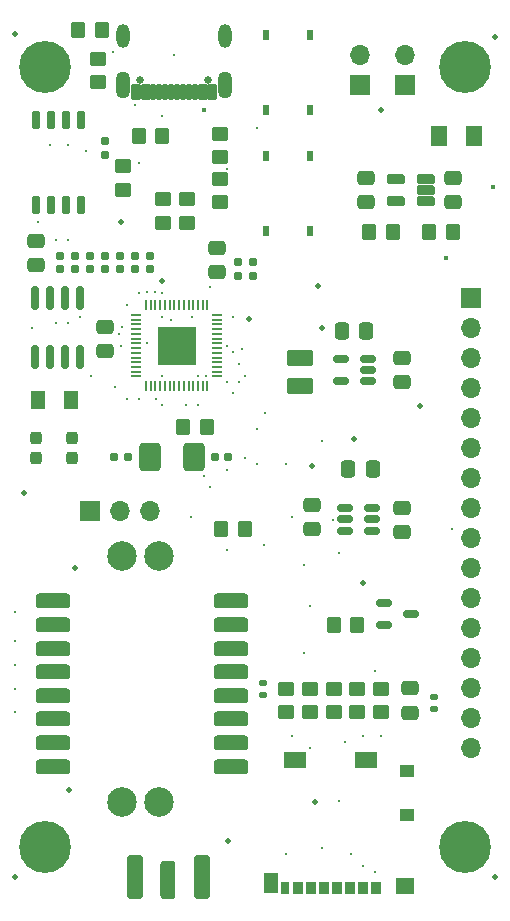
<source format=gts>
G04 #@! TF.GenerationSoftware,KiCad,Pcbnew,8.0.3*
G04 #@! TF.CreationDate,2024-06-17T15:15:03-04:00*
G04 #@! TF.ProjectId,node_v3_2,6e6f6465-5f76-4335-9f32-2e6b69636164,rev?*
G04 #@! TF.SameCoordinates,Original*
G04 #@! TF.FileFunction,Soldermask,Top*
G04 #@! TF.FilePolarity,Negative*
%FSLAX46Y46*%
G04 Gerber Fmt 4.6, Leading zero omitted, Abs format (unit mm)*
G04 Created by KiCad (PCBNEW 8.0.3) date 2024-06-17 15:15:03*
%MOMM*%
%LPD*%
G01*
G04 APERTURE LIST*
G04 Aperture macros list*
%AMRoundRect*
0 Rectangle with rounded corners*
0 $1 Rounding radius*
0 $2 $3 $4 $5 $6 $7 $8 $9 X,Y pos of 4 corners*
0 Add a 4 corners polygon primitive as box body*
4,1,4,$2,$3,$4,$5,$6,$7,$8,$9,$2,$3,0*
0 Add four circle primitives for the rounded corners*
1,1,$1+$1,$2,$3*
1,1,$1+$1,$4,$5*
1,1,$1+$1,$6,$7*
1,1,$1+$1,$8,$9*
0 Add four rect primitives between the rounded corners*
20,1,$1+$1,$2,$3,$4,$5,0*
20,1,$1+$1,$4,$5,$6,$7,0*
20,1,$1+$1,$6,$7,$8,$9,0*
20,1,$1+$1,$8,$9,$2,$3,0*%
G04 Aperture macros list end*
%ADD10RoundRect,0.102000X0.635000X0.279400X-0.635000X0.279400X-0.635000X-0.279400X0.635000X-0.279400X0*%
%ADD11R,1.700000X1.700000*%
%ADD12O,1.700000X1.700000*%
%ADD13RoundRect,0.250000X0.350000X0.450000X-0.350000X0.450000X-0.350000X-0.450000X0.350000X-0.450000X0*%
%ADD14RoundRect,0.140000X-0.170000X0.140000X-0.170000X-0.140000X0.170000X-0.140000X0.170000X0.140000X0*%
%ADD15RoundRect,0.250000X-0.450000X0.350000X-0.450000X-0.350000X0.450000X-0.350000X0.450000X0.350000X0*%
%ADD16RoundRect,0.250000X0.475000X-0.337500X0.475000X0.337500X-0.475000X0.337500X-0.475000X-0.337500X0*%
%ADD17RoundRect,0.150000X0.512500X0.150000X-0.512500X0.150000X-0.512500X-0.150000X0.512500X-0.150000X0*%
%ADD18RoundRect,0.155000X0.155000X-0.212500X0.155000X0.212500X-0.155000X0.212500X-0.155000X-0.212500X0*%
%ADD19RoundRect,0.050000X-0.387500X-0.050000X0.387500X-0.050000X0.387500X0.050000X-0.387500X0.050000X0*%
%ADD20RoundRect,0.050000X-0.050000X-0.387500X0.050000X-0.387500X0.050000X0.387500X-0.050000X0.387500X0*%
%ADD21R,3.200000X3.200000*%
%ADD22RoundRect,0.250000X-0.475000X0.337500X-0.475000X-0.337500X0.475000X-0.337500X0.475000X0.337500X0*%
%ADD23RoundRect,0.150000X0.150000X-0.825000X0.150000X0.825000X-0.150000X0.825000X-0.150000X-0.825000X0*%
%ADD24C,4.400000*%
%ADD25RoundRect,0.150000X-0.512500X-0.150000X0.512500X-0.150000X0.512500X0.150000X-0.512500X0.150000X0*%
%ADD26RoundRect,0.250000X-0.385000X-1.350000X0.385000X-1.350000X0.385000X1.350000X-0.385000X1.350000X0*%
%ADD27RoundRect,0.250000X-0.425000X-1.600000X0.425000X-1.600000X0.425000X1.600000X-0.425000X1.600000X0*%
%ADD28R,0.558800X0.952500*%
%ADD29RoundRect,0.250000X-0.350000X-0.450000X0.350000X-0.450000X0.350000X0.450000X-0.350000X0.450000X0*%
%ADD30RoundRect,0.237500X-0.237500X0.300000X-0.237500X-0.300000X0.237500X-0.300000X0.237500X0.300000X0*%
%ADD31RoundRect,0.250001X0.462499X0.624999X-0.462499X0.624999X-0.462499X-0.624999X0.462499X-0.624999X0*%
%ADD32R,0.850000X1.100000*%
%ADD33R,0.750000X1.100000*%
%ADD34R,1.200000X1.000000*%
%ADD35R,1.550000X1.350000*%
%ADD36R,1.900000X1.350000*%
%ADD37R,1.170000X1.800000*%
%ADD38RoundRect,0.317500X-1.157500X-0.317500X1.157500X-0.317500X1.157500X0.317500X-1.157500X0.317500X0*%
%ADD39RoundRect,0.250000X0.337500X0.475000X-0.337500X0.475000X-0.337500X-0.475000X0.337500X-0.475000X0*%
%ADD40C,0.650000*%
%ADD41RoundRect,0.102000X0.300000X0.570000X-0.300000X0.570000X-0.300000X-0.570000X0.300000X-0.570000X0*%
%ADD42RoundRect,0.102000X0.150000X0.570000X-0.150000X0.570000X-0.150000X-0.570000X0.150000X-0.570000X0*%
%ADD43O,1.254000X2.304000*%
%ADD44O,1.104000X2.004000*%
%ADD45RoundRect,0.250001X0.849999X-0.462499X0.849999X0.462499X-0.849999X0.462499X-0.849999X-0.462499X0*%
%ADD46RoundRect,0.250000X0.450000X-0.350000X0.450000X0.350000X-0.450000X0.350000X-0.450000X-0.350000X0*%
%ADD47RoundRect,0.150000X0.150000X-0.650000X0.150000X0.650000X-0.150000X0.650000X-0.150000X-0.650000X0*%
%ADD48RoundRect,0.250000X-0.337500X-0.475000X0.337500X-0.475000X0.337500X0.475000X-0.337500X0.475000X0*%
%ADD49RoundRect,0.270000X-0.630000X-0.930000X0.630000X-0.930000X0.630000X0.930000X-0.630000X0.930000X0*%
%ADD50RoundRect,0.155000X0.212500X0.155000X-0.212500X0.155000X-0.212500X-0.155000X0.212500X-0.155000X0*%
%ADD51RoundRect,0.155000X-0.212500X-0.155000X0.212500X-0.155000X0.212500X0.155000X-0.212500X0.155000X0*%
%ADD52R,1.168400X1.600200*%
%ADD53C,2.504000*%
%ADD54C,0.304800*%
%ADD55C,0.406400*%
%ADD56C,0.250000*%
%ADD57C,0.508000*%
G04 APERTURE END LIST*
D10*
X164363400Y-67233800D03*
X164363400Y-66294000D03*
X164363400Y-65354200D03*
X161772600Y-65354200D03*
X161772600Y-67233800D03*
D11*
X162560000Y-57409000D03*
D12*
X162560000Y-54869000D03*
D13*
X166608000Y-69850000D03*
X164608000Y-69850000D03*
D14*
X150500000Y-108040000D03*
X150500000Y-109000000D03*
D13*
X141986000Y-61722000D03*
X139986000Y-61722000D03*
D15*
X144056000Y-67072000D03*
X144056000Y-69072000D03*
D16*
X131318000Y-72665500D03*
X131318000Y-70590500D03*
D17*
X159401000Y-82484000D03*
X159401000Y-81534000D03*
X159401000Y-80584000D03*
X157126000Y-80584000D03*
X157126000Y-82484000D03*
D18*
X148374000Y-73525000D03*
X148374000Y-72390000D03*
X138430000Y-72995500D03*
X138430000Y-71860500D03*
X135890000Y-72995500D03*
X135890000Y-71860500D03*
D19*
X139780500Y-76864000D03*
X139780500Y-77264000D03*
X139780500Y-77664000D03*
X139780500Y-78064000D03*
X139780500Y-78464000D03*
X139780500Y-78864000D03*
X139780500Y-79264000D03*
X139780500Y-79664000D03*
X139780500Y-80064000D03*
X139780500Y-80464000D03*
X139780500Y-80864000D03*
X139780500Y-81264000D03*
X139780500Y-81664000D03*
X139780500Y-82064000D03*
D20*
X140618000Y-82901500D03*
X141018000Y-82901500D03*
X141418000Y-82901500D03*
X141818000Y-82901500D03*
X142218000Y-82901500D03*
X142618000Y-82901500D03*
X143018000Y-82901500D03*
X143418000Y-82901500D03*
X143818000Y-82901500D03*
X144218000Y-82901500D03*
X144618000Y-82901500D03*
X145018000Y-82901500D03*
X145418000Y-82901500D03*
X145818000Y-82901500D03*
D19*
X146655500Y-82064000D03*
X146655500Y-81664000D03*
X146655500Y-81264000D03*
X146655500Y-80864000D03*
X146655500Y-80464000D03*
X146655500Y-80064000D03*
X146655500Y-79664000D03*
X146655500Y-79264000D03*
X146655500Y-78864000D03*
X146655500Y-78464000D03*
X146655500Y-78064000D03*
X146655500Y-77664000D03*
X146655500Y-77264000D03*
X146655500Y-76864000D03*
D20*
X145818000Y-76026500D03*
X145418000Y-76026500D03*
X145018000Y-76026500D03*
X144618000Y-76026500D03*
X144218000Y-76026500D03*
X143818000Y-76026500D03*
X143418000Y-76026500D03*
X143018000Y-76026500D03*
X142618000Y-76026500D03*
X142218000Y-76026500D03*
X141818000Y-76026500D03*
X141418000Y-76026500D03*
X141018000Y-76026500D03*
X140618000Y-76026500D03*
D21*
X143218000Y-79464000D03*
D22*
X137160000Y-77870000D03*
X137160000Y-79945000D03*
D15*
X156500000Y-108500000D03*
X156500000Y-110500000D03*
D23*
X131191000Y-80388000D03*
X132461000Y-80388000D03*
X133731000Y-80388000D03*
X135001000Y-80388000D03*
X135001000Y-75438000D03*
X133731000Y-75438000D03*
X132461000Y-75438000D03*
X131191000Y-75438000D03*
D24*
X132080000Y-121920000D03*
D15*
X152500000Y-108500000D03*
X152500000Y-110500000D03*
D22*
X159258000Y-65256500D03*
X159258000Y-67331500D03*
D25*
X157480000Y-93218000D03*
X157480000Y-94168000D03*
X157480000Y-95118000D03*
X159755000Y-95118000D03*
X159755000Y-94168000D03*
X159755000Y-93218000D03*
D18*
X137160000Y-72995500D03*
X137160000Y-71860500D03*
D11*
X158750000Y-57404000D03*
D12*
X158750000Y-54864000D03*
D15*
X154500000Y-108490000D03*
X154500000Y-110490000D03*
D13*
X145780000Y-86360000D03*
X143780000Y-86360000D03*
D24*
X132080000Y-55880000D03*
D26*
X142494000Y-124714000D03*
D27*
X145319000Y-124464000D03*
X139669000Y-124464000D03*
D28*
X154523683Y-63360576D03*
X154523683Y-69723276D03*
X150815283Y-63360576D03*
X150815283Y-69723276D03*
D29*
X156496000Y-103124000D03*
X158496000Y-103124000D03*
D22*
X162327500Y-80475000D03*
X162327500Y-82550000D03*
D24*
X167640000Y-121920000D03*
X167640000Y-55880000D03*
D22*
X166624000Y-65256500D03*
X166624000Y-67331500D03*
D18*
X140970000Y-72995500D03*
X140970000Y-71860500D03*
D29*
X147000000Y-95000000D03*
X149000000Y-95000000D03*
D11*
X168148000Y-75438000D03*
D12*
X168148000Y-77978000D03*
X168148000Y-80518000D03*
X168148000Y-83058000D03*
X168148000Y-85598000D03*
X168148000Y-88138000D03*
X168148000Y-90678000D03*
X168148000Y-93218000D03*
X168148000Y-95758000D03*
X168148000Y-98298000D03*
X168148000Y-100838000D03*
X168148000Y-103378000D03*
X168148000Y-105918000D03*
X168148000Y-108458000D03*
X168148000Y-110998000D03*
X168148000Y-113538000D03*
D18*
X137160000Y-63305500D03*
X137160000Y-62170500D03*
X149644000Y-73525000D03*
X149644000Y-72390000D03*
D30*
X131343400Y-87275500D03*
X131343400Y-89000500D03*
D22*
X154675000Y-92921000D03*
X154675000Y-94996000D03*
D31*
X168402000Y-61722000D03*
X165427000Y-61722000D03*
D28*
X154500000Y-53137300D03*
X154500000Y-59500000D03*
X150791600Y-53137300D03*
X150791600Y-59500000D03*
D13*
X136890000Y-52705000D03*
X134890000Y-52705000D03*
D29*
X159528000Y-69850000D03*
X161528000Y-69850000D03*
D15*
X146850000Y-65316000D03*
X146850000Y-67316000D03*
D32*
X160077000Y-125338000D03*
X158977000Y-125338000D03*
X157877000Y-125338000D03*
X156777000Y-125338000D03*
X155677000Y-125338000D03*
X154577000Y-125338000D03*
X153477000Y-125338000D03*
D33*
X152427000Y-125338000D03*
D34*
X162712000Y-119188000D03*
X162712000Y-115488000D03*
D35*
X162537000Y-125213000D03*
D36*
X159212000Y-114513000D03*
X153242000Y-114513000D03*
D37*
X151217000Y-124988000D03*
D38*
X132754000Y-101110000D03*
X132754000Y-103110000D03*
X132754000Y-105110000D03*
X132754000Y-107110000D03*
X132754000Y-109110000D03*
X132754000Y-111110000D03*
X132754000Y-113110000D03*
X132754000Y-115110000D03*
X147804000Y-115110000D03*
X147804000Y-113110000D03*
X147804000Y-111110000D03*
X147804000Y-109110000D03*
X147804000Y-107110000D03*
X147804000Y-105110000D03*
X147804000Y-103110000D03*
X147804000Y-101110000D03*
D15*
X160500000Y-108500000D03*
X160500000Y-110500000D03*
D22*
X163000000Y-108462500D03*
X163000000Y-110537500D03*
D11*
X135890000Y-93472000D03*
D12*
X138430000Y-93472000D03*
X140970000Y-93472000D03*
D39*
X159798000Y-89916000D03*
X157723000Y-89916000D03*
D16*
X146596000Y-73233000D03*
X146596000Y-71158000D03*
D18*
X139700000Y-72995500D03*
X139700000Y-71860500D03*
D22*
X162295000Y-93175000D03*
X162295000Y-95250000D03*
D40*
X145892000Y-56930000D03*
X140112000Y-56930000D03*
D41*
X146202000Y-58000000D03*
X145402000Y-58000000D03*
D42*
X144252000Y-58000000D03*
X143252000Y-58000000D03*
X142752000Y-58000000D03*
X141752000Y-58000000D03*
D41*
X139802000Y-58000000D03*
X140602000Y-58000000D03*
D42*
X141252000Y-58000000D03*
X142252000Y-58000000D03*
X143752000Y-58000000D03*
X144752000Y-58000000D03*
D43*
X147322000Y-57430000D03*
X138682000Y-57430000D03*
D44*
X147322000Y-53250000D03*
X138682000Y-53250000D03*
D45*
X153691500Y-82843000D03*
X153691500Y-80518000D03*
D46*
X136525000Y-57150000D03*
X136525000Y-55150000D03*
D14*
X165000000Y-109248000D03*
X165000000Y-110208000D03*
D47*
X131318000Y-67564000D03*
X132588000Y-67564000D03*
X133858000Y-67564000D03*
X135128000Y-67564000D03*
X135128000Y-60364000D03*
X133858000Y-60364000D03*
X132588000Y-60364000D03*
X131318000Y-60364000D03*
D48*
X157204500Y-78232000D03*
X159279500Y-78232000D03*
D30*
X134391400Y-87275500D03*
X134391400Y-89000500D03*
D18*
X133350000Y-72995500D03*
X133350000Y-71860500D03*
D25*
X160793000Y-101224000D03*
X160793000Y-103124000D03*
X163068000Y-102174000D03*
D15*
X142024000Y-67056000D03*
X142024000Y-69056000D03*
X158500000Y-108500000D03*
X158500000Y-110500000D03*
D49*
X144675000Y-88900000D03*
X140975000Y-88900000D03*
D50*
X147567500Y-88900000D03*
X146432500Y-88900000D03*
D51*
X137931500Y-88900000D03*
X139066500Y-88900000D03*
D46*
X138684000Y-66278000D03*
X138684000Y-64278000D03*
D52*
X131445000Y-84074000D03*
X134289800Y-84074000D03*
D15*
X146850000Y-61506000D03*
X146850000Y-63506000D03*
D18*
X134620000Y-72995500D03*
X134620000Y-71860500D03*
D53*
X141708000Y-118096000D03*
X138608000Y-118096000D03*
X138608000Y-97296000D03*
X141708000Y-97296000D03*
D54*
X143002000Y-54864000D03*
D55*
X142240000Y-80264000D03*
X144272000Y-78486000D03*
D56*
X136000000Y-82000000D03*
D57*
X159004000Y-99568000D03*
D55*
X144272000Y-79502000D03*
D57*
X129540000Y-124460000D03*
D55*
X144272000Y-80264000D03*
D57*
X134620000Y-98298000D03*
D55*
X142240000Y-79502000D03*
D57*
X149352000Y-77216000D03*
X134112000Y-117094000D03*
X170180000Y-124460000D03*
D55*
X143256000Y-80264000D03*
D57*
X158242000Y-87376000D03*
X129540000Y-53086000D03*
D55*
X143256000Y-78486000D03*
D56*
X139700000Y-59055000D03*
X142000000Y-84500000D03*
D55*
X143256000Y-79502000D03*
X142240000Y-78486000D03*
D57*
X154686000Y-89662000D03*
X155194000Y-74422000D03*
D56*
X131000000Y-78000000D03*
D57*
X147574000Y-121412000D03*
X163830000Y-84582000D03*
D54*
X156464000Y-94234000D03*
D57*
X130302000Y-91948000D03*
X154940000Y-118110000D03*
X170180000Y-53340000D03*
D56*
X145000000Y-82000000D03*
X144500000Y-77000000D03*
D54*
X146000000Y-74500000D03*
D57*
X142000000Y-74025500D03*
X138500000Y-69000000D03*
X155500000Y-78000000D03*
X160500000Y-59500000D03*
D55*
X145500000Y-59500000D03*
X170000000Y-66000000D03*
X166000000Y-72000000D03*
D56*
X129500000Y-104500000D03*
X149000000Y-89000000D03*
X148500000Y-82500000D03*
D54*
X159000000Y-112500000D03*
D56*
X154000000Y-98000000D03*
D54*
X158000000Y-122500000D03*
D56*
X145677172Y-82033827D03*
D54*
X154519000Y-113500000D03*
D56*
X141500000Y-84000000D03*
X129500000Y-102000000D03*
D54*
X153000000Y-112500000D03*
X160000000Y-124000000D03*
X157500000Y-113000000D03*
D56*
X148500000Y-81000000D03*
X153000000Y-94000000D03*
D54*
X159000000Y-123500000D03*
D56*
X150658491Y-85151737D03*
X147500000Y-82500000D03*
X155500000Y-122000000D03*
X147500000Y-96774000D03*
X147500000Y-90000000D03*
X129500000Y-106500000D03*
X144000000Y-84500000D03*
X145000000Y-84500000D03*
X139000000Y-84000000D03*
X160000000Y-107000000D03*
X148000000Y-80000000D03*
X139000000Y-76000000D03*
X152500000Y-89500000D03*
X148750000Y-79750000D03*
X135000000Y-77000000D03*
X138297438Y-78500000D03*
X140000000Y-84000000D03*
X134000000Y-77500000D03*
X138500000Y-79500000D03*
X138603279Y-77896721D03*
X154000000Y-105500000D03*
X146000000Y-91440000D03*
X155500000Y-87500000D03*
X166500000Y-95000000D03*
X147500000Y-79500000D03*
X140000000Y-64000000D03*
X140000000Y-75000000D03*
X131500000Y-69000000D03*
X142000000Y-60000000D03*
X150000000Y-61000000D03*
X150611278Y-96361972D03*
X157000000Y-97000000D03*
X138000000Y-83000000D03*
X144402157Y-93980000D03*
X147500000Y-64500000D03*
X148000000Y-77000000D03*
X140715690Y-79277330D03*
X154500000Y-101500000D03*
X142000000Y-77000000D03*
X134000000Y-62500000D03*
X134000000Y-70500000D03*
X141359786Y-74877313D03*
X140676245Y-74953262D03*
X133000000Y-70500000D03*
X132500000Y-62500000D03*
X142725720Y-77249688D03*
X135500000Y-63000000D03*
X142000000Y-75000000D03*
X133000000Y-77500000D03*
X142000000Y-82000000D03*
X145500000Y-90500000D03*
X148000000Y-83500000D03*
X129500000Y-108500000D03*
X150000000Y-86500000D03*
X129500000Y-110500000D03*
X149000000Y-82000000D03*
X150000000Y-89500000D03*
D57*
X147000000Y-115000000D03*
X142500000Y-124500000D03*
D56*
X157000000Y-118000000D03*
X160500000Y-112500000D03*
X152500000Y-122500000D03*
X144248225Y-57688985D03*
X137795000Y-54610000D03*
M02*

</source>
